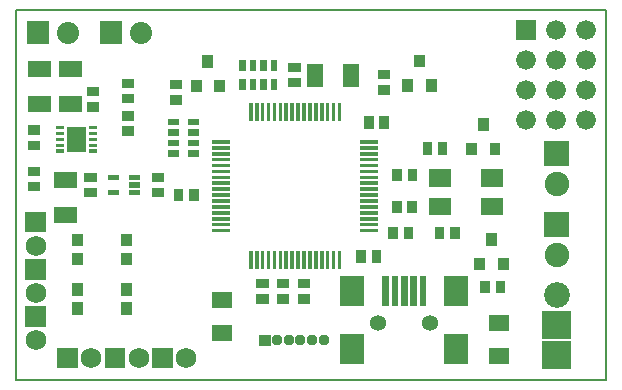
<source format=gbr>
G04 start of page 6 for group -4063 idx -4063 *
G04 Title: (unknown), componentmask *
G04 Creator: pcb 1.99z *
G04 CreationDate: Tue May  7 13:19:40 2013 UTC *
G04 For: matt *
G04 Format: Gerber/RS-274X *
G04 PCB-Dimensions (mil): 2165.35 1377.95 *
G04 PCB-Coordinate-Origin: lower left *
%MOIN*%
%FSLAX25Y25*%
%LNTOPMASK*%
%ADD106R,0.0532X0.0532*%
%ADD105R,0.0553X0.0553*%
%ADD104R,0.0360X0.0360*%
%ADD103R,0.0592X0.0592*%
%ADD102R,0.0218X0.0218*%
%ADD101R,0.0171X0.0171*%
%ADD100R,0.0374X0.0374*%
%ADD99R,0.0119X0.0119*%
%ADD98R,0.0122X0.0122*%
%ADD97R,0.0650X0.0650*%
%ADD96R,0.0553X0.0553*%
%ADD95R,0.0809X0.0809*%
%ADD94R,0.0361X0.0361*%
%ADD93R,0.0316X0.0316*%
%ADD92R,0.0225X0.0225*%
%ADD91R,0.0532X0.0532*%
%ADD90R,0.0315X0.0315*%
%ADD89R,0.0120X0.0120*%
%ADD88C,0.0660*%
%ADD87C,0.0817*%
%ADD86C,0.0860*%
%ADD85C,0.0533*%
%ADD84C,0.0739*%
%ADD83C,0.0691*%
%ADD82C,0.0374*%
%ADD81C,0.0001*%
%ADD80C,0.0059*%
G54D80*X9843Y134488D02*Y11063D01*
X206693Y134488D02*Y11063D01*
X9843D02*X206693D01*
X9843Y134488D02*X206693D01*
G54D81*G36*
X23713Y21799D02*Y14894D01*
X30618D01*
Y21799D01*
X23713D01*
G37*
G36*
X91043Y26122D02*Y22382D01*
X94783D01*
Y26122D01*
X91043D01*
G37*
G54D82*X96850Y24252D03*
X100787D03*
X104724D03*
X108661D03*
X112598D03*
G54D83*X35039Y18346D03*
G54D81*G36*
X55209Y21799D02*Y14894D01*
X62114D01*
Y21799D01*
X55209D01*
G37*
G54D83*X66535Y18346D03*
G54D81*G36*
X39461Y21799D02*Y14894D01*
X46366D01*
Y21799D01*
X39461D01*
G37*
G54D83*X50787Y18346D03*
G54D81*G36*
X13083Y67075D02*Y60169D01*
X19988D01*
Y67075D01*
X13083D01*
G37*
G36*
X13629Y130505D02*Y123117D01*
X21017D01*
Y130505D01*
X13629D01*
G37*
G54D84*X27323Y126811D03*
G54D81*G36*
X38039Y130505D02*Y123117D01*
X45426D01*
Y130505D01*
X38039D01*
G37*
G54D84*X51732Y126811D03*
G54D83*X16535Y55748D03*
G54D81*G36*
X13083Y51327D02*Y44421D01*
X19988D01*
Y51327D01*
X13083D01*
G37*
G54D83*X16535Y40000D03*
G54D81*G36*
X13083Y35579D02*Y28673D01*
X19988D01*
Y35579D01*
X13083D01*
G37*
G54D83*X16535Y24252D03*
G54D85*X148031Y30079D03*
X130709D03*
G54D81*G36*
X185357Y24131D02*Y14531D01*
X194957D01*
Y24131D01*
X185357D01*
G37*
G36*
Y34131D02*Y24531D01*
X194957D01*
Y34131D01*
X185357D01*
G37*
G54D86*X190157Y39331D03*
G54D81*G36*
X186070Y66883D02*Y58708D01*
X194245D01*
Y66883D01*
X186070D01*
G37*
G54D87*X190157Y52795D03*
G54D81*G36*
X186070Y90505D02*Y82330D01*
X194245D01*
Y90505D01*
X186070D01*
G37*
G54D87*X190157Y76417D03*
G54D81*G36*
X176700Y131095D02*Y124495D01*
X183300D01*
Y131095D01*
X176700D01*
G37*
G54D88*X180000Y117795D03*
X190000Y127795D03*
X200000D03*
X190000Y117795D03*
X200000D03*
X180000Y107795D03*
X190000D03*
X200000D03*
X180000Y97795D03*
X190000D03*
X200000D03*
G54D89*X125228Y84450D02*X130126D01*
X125228Y86418D02*X130126D01*
X125228Y88387D02*X130126D01*
X125228Y90355D02*X130126D01*
X117755Y102725D02*Y97827D01*
X115787Y102725D02*Y97827D01*
X113818Y102725D02*Y97827D01*
X111850Y102725D02*Y97827D01*
X109881Y102725D02*Y97827D01*
X107913Y102725D02*Y97827D01*
G54D90*X127559Y97382D02*Y96398D01*
X132677Y97382D02*Y96398D01*
X102264Y110079D02*X103248D01*
X102264Y115197D02*X103248D01*
G54D89*X105944Y102725D02*Y97827D01*
X103976Y102725D02*Y97827D01*
X102007Y102725D02*Y97827D01*
X100039Y102725D02*Y97827D01*
X98070Y102725D02*Y97827D01*
G54D91*X109646Y113819D02*Y111457D01*
G54D89*X96102Y102725D02*Y97827D01*
X94133Y102725D02*Y97827D01*
X92165Y102725D02*Y97827D01*
X90196Y102725D02*Y97827D01*
X88228Y102725D02*Y97827D01*
G54D92*X95945Y116638D02*Y115138D01*
X92445Y116638D02*Y115138D01*
X88945Y116638D02*Y115138D01*
X85445Y116638D02*Y115138D01*
Y110138D02*Y108638D01*
X88945Y110138D02*Y108638D01*
X92445Y110138D02*Y108638D01*
X95945Y110138D02*Y108638D01*
G54D93*X132185Y107717D02*X133169D01*
X132185Y112835D02*X133169D01*
G54D94*X140551Y109394D02*Y108794D01*
X148351Y109394D02*Y108794D01*
X144451Y117594D02*Y116994D01*
G54D91*X121456Y113819D02*Y111457D01*
G54D90*X130118Y52697D02*Y51713D01*
X125000Y52697D02*Y51713D01*
X105414Y38032D02*X106398D01*
G54D89*X105945Y53355D02*Y48457D01*
X107914Y53355D02*Y48457D01*
X109882Y53355D02*Y48457D01*
X111851Y53355D02*Y48457D01*
X113819Y53355D02*Y48457D01*
X115788Y53355D02*Y48457D01*
X117756Y53355D02*Y48457D01*
G54D95*X122048Y41693D02*Y39724D01*
G54D90*X105414Y43150D02*X106398D01*
G54D89*X102008Y53355D02*Y48457D01*
X103977Y53355D02*Y48457D01*
G54D90*X91634Y38032D02*X92618D01*
X91634Y43150D02*X92618D01*
X98524Y38032D02*X99508D01*
X98524Y43150D02*X99508D01*
G54D89*X88229Y53355D02*Y48457D01*
X90197Y53355D02*Y48457D01*
X92166Y53355D02*Y48457D01*
X94134Y53355D02*Y48457D01*
X96103Y53355D02*Y48457D01*
X98071Y53355D02*Y48457D01*
X100040Y53355D02*Y48457D01*
G54D95*X122048Y22401D02*Y20433D01*
G54D96*X77943Y37626D02*X79143D01*
X77943Y26626D02*X79143D01*
G54D90*X64173Y73169D02*Y72185D01*
X69291Y73169D02*Y72185D01*
G54D89*X75858Y80512D02*X80756D01*
X75858Y78543D02*X80756D01*
X75858Y76575D02*X80756D01*
X75858Y74606D02*X80756D01*
G54D93*X15453Y89213D02*X16437D01*
X15453Y94331D02*X16437D01*
X15453Y75433D02*X16437D01*
X15453Y80551D02*X16437D01*
G54D97*X30118Y91969D02*Y90394D01*
G54D98*X23937Y95119D02*X25276D01*
X23937Y93150D02*X25276D01*
X23937Y91181D02*X25276D01*
X23937Y89213D02*X25276D01*
X23937Y87244D02*X25276D01*
G54D91*X25394Y77795D02*X27756D01*
G54D99*X75858Y72638D02*X80756D01*
G54D89*X75858Y70669D02*X80756D01*
X75858Y68701D02*X80756D01*
X75858Y66732D02*X80756D01*
X75858Y64764D02*X80756D01*
X75858Y62795D02*X80756D01*
X75858Y60827D02*X80756D01*
G54D100*X46654Y51614D02*Y51220D01*
Y57913D02*Y57520D01*
Y35079D02*Y34685D01*
Y41378D02*Y40984D01*
G54D101*X48323Y73483D02*X50323D01*
X48323Y75983D02*X50323D01*
X48323Y78583D02*X50323D01*
G54D93*X56791Y73465D02*X57775D01*
X56791Y78583D02*X57775D01*
G54D100*X30512Y51614D02*Y51220D01*
Y41378D02*Y40984D01*
G54D101*X41323Y78583D02*X43323D01*
X41323Y73483D02*X43323D01*
G54D93*X34351Y73465D02*X35335D01*
X34351Y78583D02*X35335D01*
G54D91*X25394Y65985D02*X27756D01*
G54D100*X30512Y57913D02*Y57520D01*
Y35079D02*Y34685D01*
G54D90*X136890Y69153D02*Y68169D01*
G54D102*X133070Y44645D02*Y36771D01*
X136220Y44645D02*Y36771D01*
X139370Y44645D02*Y36771D01*
X142520Y44645D02*Y36771D01*
X145670Y44645D02*Y36771D01*
G54D90*X142008Y69153D02*Y68169D01*
X135630Y60571D02*Y59587D01*
X140748Y60571D02*Y59587D01*
G54D89*X125228Y60828D02*X130126D01*
X125228Y62796D02*X130126D01*
X125228Y64765D02*X130126D01*
G54D90*X151181Y60571D02*Y59587D01*
G54D89*X125228Y66733D02*X130126D01*
G54D103*X150472Y68819D02*X152047D01*
X167795D02*X169370D01*
G54D89*X125228Y68702D02*X130126D01*
X125228Y70670D02*X130126D01*
X125228Y72639D02*X130126D01*
X125228Y74607D02*X130126D01*
X125228Y76576D02*X130126D01*
X125228Y78544D02*X130126D01*
X125228Y80513D02*X130126D01*
X125228Y82481D02*X130126D01*
G54D90*X137008Y79862D02*Y78878D01*
X142126Y79862D02*Y78878D01*
G54D103*X150472Y78268D02*X152047D01*
G54D90*X147047Y88720D02*Y87736D01*
X152165Y88720D02*Y87736D01*
G54D104*X161811Y88331D02*Y87731D01*
X169611Y88331D02*Y87731D01*
X165711Y96531D02*Y95931D01*
G54D103*X167795Y78268D02*X169370D01*
G54D90*X156299Y60571D02*Y59587D01*
G54D95*X156693Y41693D02*Y39724D01*
Y22401D02*Y20433D01*
G54D104*X164567Y49946D02*Y49346D01*
X172367Y49946D02*Y49346D01*
X168467Y58146D02*Y57546D01*
G54D90*X166339Y42461D02*Y41477D01*
X171457Y42461D02*Y41477D01*
G54D105*X170266Y18949D02*X171466D01*
X170266Y29949D02*X171466D01*
G54D89*X75858Y90354D02*X80756D01*
X75858Y88386D02*X80756D01*
X75858Y86417D02*X80756D01*
X75858Y84449D02*X80756D01*
X75858Y82480D02*X80756D01*
G54D92*X61748Y89969D02*X63248D01*
X61748Y86469D02*X63248D01*
X68248D02*X69748D01*
X68248Y89969D02*X69748D01*
X68248Y93469D02*X69748D01*
X68248Y96969D02*X69748D01*
G54D94*X77800Y109237D02*Y108637D01*
G54D92*X61748Y96969D02*X63248D01*
X61748Y93469D02*X63248D01*
G54D93*X62697Y104370D02*X63681D01*
X62697Y109488D02*X63681D01*
G54D94*X70000Y109237D02*Y108637D01*
X73900Y117437D02*Y116837D01*
G54D93*X46752Y104764D02*X47736D01*
X46752Y109882D02*X47736D01*
X46752Y99055D02*X47736D01*
X46752Y93937D02*X47736D01*
G54D98*X34961Y95119D02*X36299D01*
X34961Y93150D02*X36299D01*
X34961Y87244D02*X36299D01*
X34961Y89213D02*X36299D01*
X34961Y91181D02*X36299D01*
G54D93*X35138Y102008D02*X36122D01*
X35138Y107126D02*X36122D01*
G54D106*X26969Y102993D02*X29331D01*
G54D91*X26969Y114803D02*X29331D01*
G54D106*X16536Y102993D02*X18898D01*
G54D91*X16536Y114803D02*X18898D01*
M02*

</source>
